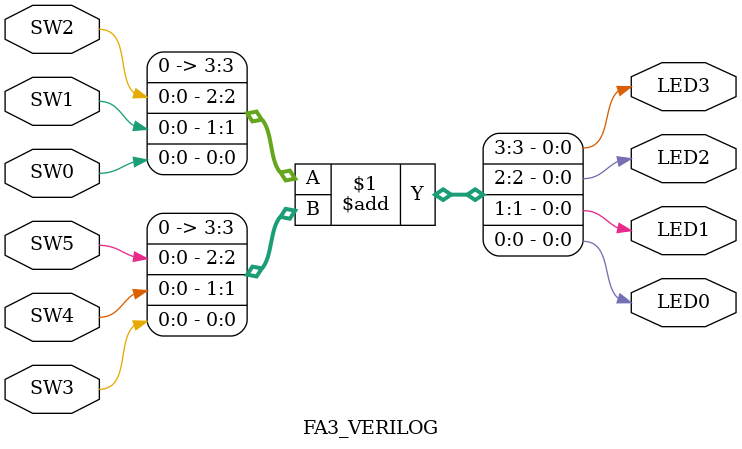
<source format=v>
module FA3_VERILOG(SW0, SW1, SW2, SW3, SW4, SW5, LED0, LED1, LED2, LED3);

    input SW0;
    input SW1;
    input SW2;
    input SW3;
    input SW4;
    input SW5;
    output LED0;
    output LED1;
    output LED2;
    output LED3;

    assign {LED3, LED2, LED1, LED0} = {SW2, SW1, SW0} + {SW5, SW4, SW3};

endmodule

</source>
